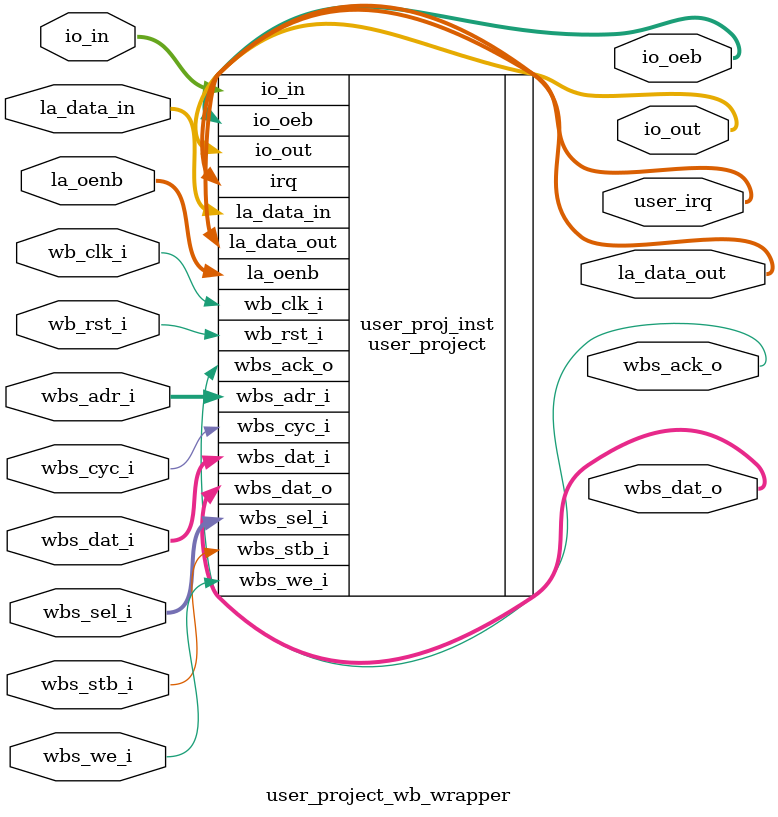
<source format=v>
`timescale 1ns / 1ps
`default_nettype none


module user_project_wb_wrapper (
`ifdef USE_POWER_PINS
    inout VPWR,
    inout VGND,
`endif

    // Wishbone Slave ports (WB MI A)
    input         wb_clk_i,
    input         wb_rst_i,
    input         wbs_stb_i,
    input         wbs_cyc_i,
    input         wbs_we_i,
    input  [3:0]  wbs_sel_i,
    input  [31:0] wbs_dat_i,
    input  [31:0] wbs_adr_i,
    output [31:0] wbs_dat_o,
    output        wbs_ack_o,

    // Logic Analyzer Signals
    input  [127:0] la_data_in,
    output [127:0] la_data_out,
    input  [127:0] la_oenb,

    // IOs
    input  [37:0] io_in,
    output [37:0] io_out,
    output [37:0] io_oeb,

    // IRQ
    output [2:0] user_irq
);

    // Instantiate the main user project
    user_project user_proj_inst (
    `ifdef USE_POWER_PINS
        .vccd1(VPWR),
        .vssd1(VGND),
    `endif
        .wb_clk_i(wb_clk_i),
        .wb_rst_i(wb_rst_i),
        .wbs_stb_i(wbs_stb_i),
        .wbs_cyc_i(wbs_cyc_i),
        .wbs_we_i(wbs_we_i),
        .wbs_sel_i(wbs_sel_i),
        .wbs_dat_i(wbs_dat_i),
        .wbs_adr_i(wbs_adr_i),
        .wbs_dat_o(wbs_dat_o),
        .wbs_ack_o(wbs_ack_o),
        .la_data_in(la_data_in),
        .la_data_out(la_data_out),
        .la_oenb(la_oenb),
        .io_in(io_in),
        .io_out(io_out),
        .io_oeb(io_oeb),
        .irq(user_irq)
    );

endmodule

`default_nettype wire
</source>
